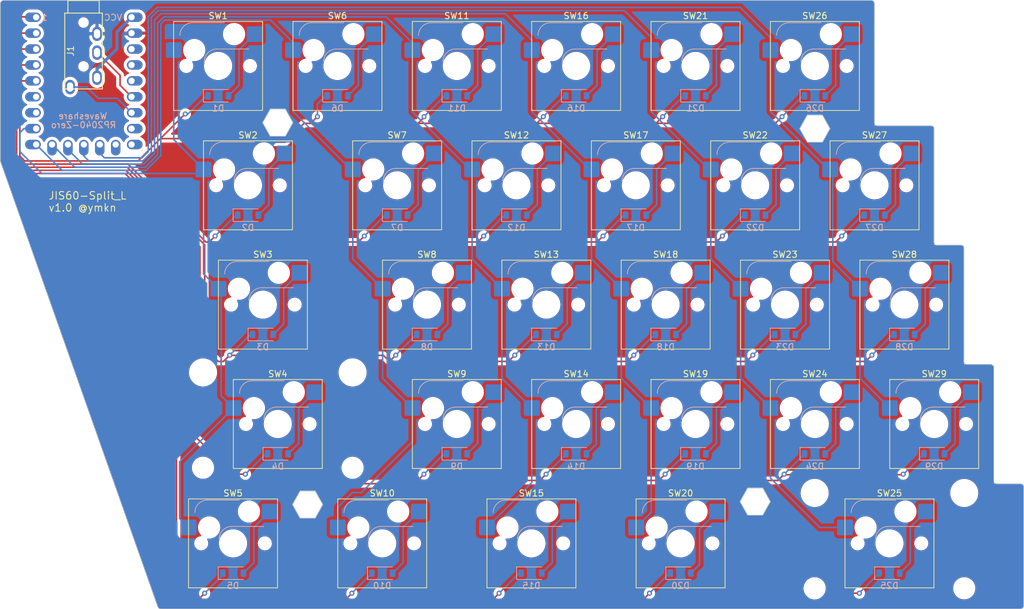
<source format=kicad_pcb>
(kicad_pcb (version 20221018) (generator pcbnew)
  (title_block (title "JIS60-Split_R PCB") (date "2023-05-29") (rev "1.0") (company "@ymkn"))
  (layers (0 "F.Cu" signal) (31 "B.Cu" signal) (34 "B.Paste" user) (35 "F.Paste" user) (36 "B.SilkS" user "B.Silkscreen") (37 "F.SilkS" user "F.Silkscreen") (38 "B.Mask" user) (39 "F.Mask" user) (44 "Edge.Cuts" user))
  (net 0 "")
  (net 1 "ROW0")
  (net 2 "Net-(D1-A)")
  (net 3 "ROW1")
  (net 4 "Net-(D2-A)")
  (net 5 "ROW2")
  (net 6 "Net-(D3-A)")
  (net 7 "ROW3")
  (net 8 "Net-(D4-A)")
  (net 9 "ROW4")
  (net 10 "Net-(D5-A)")
  (net 11 "Net-(D6-A)")
  (net 12 "Net-(D7-A)")
  (net 13 "Net-(D8-A)")
  (net 14 "Net-(D9-A)")
  (net 15 "Net-(D10-A)")
  (net 16 "Net-(D11-A)")
  (net 17 "Net-(D12-A)")
  (net 18 "Net-(D13-A)")
  (net 19 "Net-(D14-A)")
  (net 20 "Net-(D15-A)")
  (net 21 "Net-(D16-A)")
  (net 22 "Net-(D17-A)")
  (net 23 "Net-(D18-A)")
  (net 24 "Net-(D19-A)")
  (net 25 "Net-(D20-A)")
  (net 26 "Net-(D21-A)")
  (net 27 "Net-(D22-A)")
  (net 28 "Net-(D23-A)")
  (net 29 "Net-(D24-A)")
  (net 30 "Net-(D25-A)")
  (net 31 "Net-(D26-A)")
  (net 32 "Net-(D27-A)")
  (net 33 "Net-(D28-A)")
  (net 34 "Net-(D29-A)")
  (net 35 "SDA")
  (net 36 "VCC")
  (net 37 "Data_SCL")
  (net 38 "GND")
  (net 39 "COL0")
  (net 40 "COL1")
  (net 41 "COL2")
  (net 42 "COL3")
  (net 43 "COL4")
  (net 44 "COL5")
  (net 47 "COL6")
  (net 48 "COL7")
  (net 52 "unconnected-(U1-29-Pad20)")
  (footprint "kbd_Hole:m2_Spacer_Hole_hex" (layer "F.Cu") (at 71.4375 103.34625 180)
    (fp_text reference "Ref**")
    (fp_text value "Val**")
    (fp_line (start -2.4 0) (end -1.2 2.15) (stroke (width 0.1)) (layer "Edge.Cuts"))
    (fp_line (start -1.2 -2.15) (end -2.4 0) (stroke (width 0.1)) (layer "Edge.Cuts"))
    (fp_line (start -1.2 2.15) (end 1.2 2.15) (stroke (width 0.1)) (layer "Edge.Cuts"))
    (fp_line (start 1.2 -2.15) (end -1.2 -2.15) (stroke (width 0.1)) (layer "Edge.Cuts"))
    (fp_line (start 1.2 2.15) (end 2.4 0) (stroke (width 0.1)) (layer "Edge.Cuts"))
    (fp_line (start 2.4 0) (end 1.2 -2.15) (stroke (width 0.1)) (layer "Edge.Cuts"))
  )
  (footprint "Mounting_Keyboard_Stabilizer:Stabilizer_Cherry_MX_2.00u" (layer "F.Cu") (at 66.675 90.485 180)
    (fp_text reference "REF**" hide)
    (fp_text value "Stabilizer_Cherry_MX_2.00u")
  )
  (footprint "Switch_Keyboard_Hotswap_Kailh:SW_Hotswap_Kailh_MX_1.00u" (layer "F.Cu") (at 123.825 52.3875)
    (fp_text reference "SW17")
    (fp_text value "SW_Push")
  )
  (footprint "Switch_Keyboard_Hotswap_Kailh:SW_Hotswap_Kailh_MX_1.75u" (layer "F.Cu") (at 64.29375 71.4375)
    (fp_text reference "SW3")
    (fp_text value "SW_Push")
  )
  (footprint "Switch_Keyboard_Hotswap_Kailh:SW_Hotswap_Kailh_MX_1.00u" (layer "F.Cu") (at 133.35 33.3375)
    (fp_text reference "SW21")
    (fp_text value "SW_Push")
  )
  (footprint "Switch_Keyboard_Hotswap_Kailh:SW_Hotswap_Kailh_MX_1.50u" (layer "F.Cu") (at 61.9125 52.3875)
    (fp_text reference "SW2")
    (fp_text value "SW_Push")
  )
  (footprint "Switch_Keyboard_Hotswap_Kailh:SW_Hotswap_Kailh_MX_1.00u" (layer "F.Cu") (at 95.25 90.4875)
    (fp_text reference "SW9")
    (fp_text value "SW_Push")
  )
  (footprint "Switch_Keyboard_Hotswap_Kailh:SW_Hotswap_Kailh_MX_1.00u" (layer "F.Cu") (at 147.6375 71.4375)
    (fp_text reference "SW23")
    (fp_text value "SW_Push")
  )
  (footprint "Mounting_Keyboard_Stabilizer:Stabilizer_Cherry_MX_2.00u" (layer "F.Cu") (at 164.30625 109.725 180)
    (fp_text reference "REF**" hide)
    (fp_text value "Stabilizer_Cherry_MX_2.00u")
  )
  (footprint "Switch_Keyboard_Hotswap_Kailh:SW_Hotswap_Kailh_MX_1.25u" (layer "F.Cu") (at 83.34375 109.5375)
    (fp_text reference "SW10")
    (fp_text value "SW_Push")
  )
  (footprint "MJ-4PP-9:MJ-4PP-9" (layer "F.Cu") (at 35.71875 30.95625 -90)
    (fp_text reference "J1")
    (fp_text value "MJ-4PP-9")
  )
  (footprint "Switch_Keyboard_Hotswap_Kailh:SW_Hotswap_Kailh_MX_1.00u" (layer "F.Cu") (at 166.6875 71.4375)
    (fp_text reference "SW28")
    (fp_text value "SW_Push")
  )
  (footprint "kbd_Hole:m2_Spacer_Hole_hex" (layer "F.Cu") (at 152.4 43.33875)
    (fp_text reference "Ref**")
    (fp_text value "Val**")
    (fp_line (start -2.4 0) (end -1.2 2.15) (stroke (width 0.1)) (layer "Edge.Cuts"))
    (fp_line (start -1.2 -2.15) (end -2.4 0) (stroke (width 0.1)) (layer "Edge.Cuts"))
    (fp_line (start -1.2 2.15) (end 1.2 2.15) (stroke (width 0.1)) (layer "Edge.Cuts"))
    (fp_line (start 1.2 -2.15) (end -1.2 -2.15) (stroke (width 0.1)) (layer "Edge.Cuts"))
    (fp_line (start 1.2 2.15) (end 2.4 0) (stroke (width 0.1)) (layer "Edge.Cuts"))
    (fp_line (start 2.4 0) (end 1.2 -2.15) (stroke (width 0.1)) (layer "Edge.Cuts"))
  )
  (footprint "Switch_Keyboard_Hotswap_Kailh:SW_Hotswap_Kailh_MX_1.00u" (layer "F.Cu") (at 109.5375 71.4375)
    (fp_text reference "SW13")
    (fp_text value "SW_Push")
  )
  (footprint "Switch_Keyboard_Hotswap_Kailh:SW_Hotswap_Kailh_MX_1.00u" (layer "F.Cu") (at 76.2 33.3375)
    (fp_text reference "SW6")
    (fp_text value "SW_Push")
  )
  (footprint "Switch_Keyboard_Hotswap_Kailh:SW_Hotswap_Kailh_MX_1.00u" (layer "F.Cu") (at 171.45 90.4875)
    (fp_text reference "SW29")
    (fp_text value "SW_Push")
  )
  (footprint "Switch_Keyboard_Hotswap_Kailh:SW_Hotswap_Kailh_MX_1.00u" (layer "F.Cu") (at 95.25 33.3375)
    (fp_text reference "SW11")
    (fp_text value "SW_Push")
  )
  (footprint "Switch_Keyboard_Hotswap_Kailh:SW_Hotswap_Kailh_MX_1.00u" (layer "F.Cu") (at 104.775 52.3875)
    (fp_text reference "SW12")
    (fp_text value "SW_Push")
  )
  (footprint "kbd_Hole:m2_Spacer_Hole_hex" (layer "F.Cu") (at 66.675 42.38625)
    (fp_text reference "Ref**")
    (fp_text value "Val**")
    (fp_line (start -2.4 0) (end -1.2 2.15) (stroke (width 0.1)) (layer "Edge.Cuts"))
    (fp_line (start -1.2 -2.15) (end -2.4 0) (stroke (width 0.1)) (layer "Edge.Cuts"))
    (fp_line (start -1.2 2.15) (end 1.2 2.15) (stroke (width 0.1)) (layer "Edge.Cuts"))
    (fp_line (start 1.2 -2.15) (end -1.2 -2.15) (stroke (width 0.1)) (layer "Edge.Cuts"))
    (fp_line (start 1.2 2.15) (end 2.4 0) (stroke (width 0.1)) (layer "Edge.Cuts"))
    (fp_line (start 2.4 0) (end 1.2 -2.15) (stroke (width 0.1)) (layer "Edge.Cuts"))
  )
  (footprint "Switch_Keyboard_Hotswap_Kailh:SW_Hotswap_Kailh_MX_1.00u" (layer "F.Cu") (at 152.4 33.3375)
    (fp_text reference "SW26")
    (fp_text value "SW_Push")
  )
  (footprint "Switch_Keyboard_Hotswap_Kailh:SW_Hotswap_Kailh_MX_1.00u" (layer "F.Cu") (at 114.3 33.3375)
    (fp_text reference "SW16")
    (fp_text value "SW_Push")
  )
  (footprint "Switch_Keyboard_Hotswap_Kailh:SW_Hotswap_Kailh_MX_1.00u" (layer "F.Cu") (at 128.5875 71.4375)
    (fp_text reference "SW18")
    (fp_text value "SW_Push")
  )
  (footprint "Switch_Keyboard_Hotswap_Kailh:SW_Hotswap_Kailh_MX_1.00u" (layer "F.Cu") (at 57.15 33.3375)
    (fp_text reference "SW1")
    (fp_text value "SW_Push")
  )
  (footprint "Switch_Keyboard_Hotswap_Kailh:SW_Hotswap_Kailh_MX_2.00u" (layer "F.Cu") (at 66.675 90.4875)
    (fp_text reference "SW4")
    (fp_text value "SW_Push")
  )
  (footprint "Switch_Keyboard_Hotswap_Kailh:SW_Hotswap_Kailh_MX_1.25u" (layer "F.Cu") (at 130.96875 109.5375)
    (fp_text reference "SW20")
    (fp_text value "SW_Push")
  )
  (footprint "Switch_Keyboard_Hotswap_Kailh:SW_Hotswap_Kailh_MX_1.00u" (layer "F.Cu") (at 161.925 52.3875)
    (fp_text reference "SW27")
    (fp_text value "SW_Push")
  )
  (footprint "Switch_Keyboard_Hotswap_Kailh:SW_Hotswap_Kailh_MX_1.25u" (layer "F.Cu") (at 59.53125 109.5375)
    (fp_text reference "SW5")
    (fp_text value "SW_Push")
  )
  (footprint "Switch_Keyboard_Hotswap_Kailh:SW_Hotswap_Kailh_MX_1.00u" (layer "F.Cu") (at 114.3 90.4875)
    (fp_text reference "SW14")
    (fp_text value "SW_Push")
  )
  (footprint "Switch_Keyboard_Hotswap_Kailh:SW_Hotswap_Kailh_MX_1.25u" (layer "F.Cu") (at 107.15625 109.5375)
    (fp_text reference "SW15")
    (fp_text value "SW_Push")
  )
  (footprint "Switch_Keyboard_Hotswap_Kailh:SW_Hotswap_Kailh_MX_1.00u" (layer "F.Cu") (at 133.35 90.4875)
    (fp_text reference "SW19")
    (fp_text value "SW_Push")
  )
  (footprint "Switch_Keyboard_Hotswap_Kailh:SW_Hotswap_Kailh_MX_1.00u" (layer "F.Cu") (at 85.725 52.3875)
    (fp_text reference "SW7")
    (fp_text value "SW_Push")
  )
  (footprint "kbd_Hole:m2_Spacer_Hole_hex" (layer "F.Cu") (at 142.875 102.87)
    (fp_text reference "Ref**")
    (fp_text value "Val**")
    (fp_line (start -2.4 0) (end -1.2 2.15) (stroke (width 0.1)) (layer "Edge.Cuts"))
    (fp_line (start -1.2 -2.15) (end -2.4 0) (stroke (width 0.1)) (layer "Edge.Cuts"))
    (fp_line (start -1.2 2.15) (end 1.2 2.15) (stroke (width 0.1)) (layer "Edge.Cuts"))
    (fp_line (start 1.2 -2.15) (end -1.2 -2.15) (stroke (width 0.1)) (layer "Edge.Cuts"))
    (fp_line (start 1.2 2.15) (end 2.4 0) (stroke (width 0.1)) (layer "Edge.Cuts"))
    (fp_line (start 2.4 0) (end 1.2 -2.15) (stroke (width 0.1)) (layer "Edge.Cuts"))
  )
  (footprint "Switch_Keyboard_Hotswap_Kailh:SW_Hotswap_Kailh_MX_2.25u" (layer "F.Cu") (at 164.30625 109.5375)
    (fp_text reference "SW25")
    (fp_text value "SW_Push")
  )
  (footprint "Switch_Keyboard_Hotswap_Kailh:SW_Hotswap_Kailh_MX_1.00u" (layer "F.Cu") (at 142.875 52.3875)
    (fp_text reference "SW22")
    (fp_text value "SW_Push")
  )
  (footprint "Switch_Keyboard_Hotswap_Kailh:SW_Hotswap_Kailh_MX_1.00u" (layer "F.Cu") (at 152.4 90.4875)
    (fp_text reference "SW24")
    (fp_text value "SW_Push")
  )
  (footprint "Switch_Keyboard_Hotswap_Kailh:SW_Hotswap_Kailh_MX_1.00u" (layer "F.Cu") (at 90.4875 71.4375)
    (fp_text reference "SW8")
    (fp_text value "SW_Push")
  )
  (footprint "Diode_SMD:D_SOD-123" (layer "B.Cu") (at 133.35 95.25)
    (fp_text reference "D19")
    (fp_text value "1N4148W")
  )
  (footprint "Diode_SMD:D_SOD-123" (layer "B.Cu") (at 90.4875 76.2)
    (fp_text reference "D8")
    (fp_text value "1N4148W")
  )
  (footprint "Diode_SMD:D_SOD-123" (layer "B.Cu") (at 61.9125 57.15)
    (fp_text reference "D2")
    (fp_text value "1N4148W")
  )
  (footprint "Diode_SMD:D_SOD-123" (layer "B.Cu") (at 64.29375 76.2)
    (fp_text reference "D3")
    (fp_text value "1N4148W")
  )
  (footprint "Diode_SMD:D_SOD-123" (layer "B.Cu") (at 142.875 57.15)
    (fp_text reference "D22")
    (fp_text value "1N4148W")
  )
  (footprint "Diode_SMD:D_SOD-123" (layer "B.Cu") (at 147.6375 76.2)
    (fp_text reference "D23")
    (fp_text value "1N4148W")
  )
  (footprint "Diode_SMD:D_SOD-123" (layer "B.Cu") (at 95.25 38.1)
    (fp_text reference "D11")
    (fp_text value "1N4148W")
  )
  (footprint "Diode_SMD:D_SOD-123" (layer "B.Cu") (at 83.34375 114.3)
    (fp_text reference "D10")
    (fp_text value "1N4148W")
  )
  (footprint "Diode_SMD:D_SOD-123" (layer "B.Cu") (at 107.15625 114.3)
    (fp_text reference "D15")
    (fp_text value "1N4148W")
  )
  (footprint "Diode_SMD:D_SOD-123" (layer "B.Cu") (at 114.3 38.1)
    (fp_text reference "D16")
    (fp_text value "1N4148W")
  )
  (footprint "Diode_SMD:D_SOD-123" (layer "B.Cu") (at 164.30625 114.3)
    (fp_text reference "D25")
    (fp_text value "1N4148W")
  )
  (footprint "mcu:rp2040-zero-tht" (layer "B.Cu") (at 35.71875 35.71875 180)
    (fp_text reference "U1" hide)
    (fp_text value "rp2040-zero" hide)
  )
  (footprint "Diode_SMD:D_SOD-123" (layer "B.Cu") (at 85.725 57.15)
    (fp_text reference "D7")
    (fp_text value "1N4148W")
  )
  (footprint "Diode_SMD:D_SOD-123" (layer "B.Cu") (at 123.825 57.15)
    (fp_text reference "D17")
    (fp_text value "1N4148W")
  )
  (footprint "Diode_SMD:D_SOD-123" (layer "B.Cu") (at 166.6875 76.2)
    (fp_text reference "D28")
    (fp_text value "1N4148W")
  )
  (footprint "Diode_SMD:D_SOD-123" (layer "B.Cu") (at 171.45 95.25)
    (fp_text reference "D29")
    (fp_text value "1N4148W")
  )
  (footprint "Diode_SMD:D_SOD-123" (layer "B.Cu") (at 152.4 38.1)
    (fp_text reference "D26")
    (fp_text value "1N4148W")
  )
  (footprint "Diode_SMD:D_SOD-123" (layer "B.Cu") (at 76.2 38.1)
    (fp_text reference "D6")
    (fp_text value "1N4148W")
  )
  (footprint "Diode_SMD:D_SOD-123" (layer "B.Cu") (at 66.675 95.25)
    (fp_text reference "D4")
    (fp_text value "1N4148W")
  )
  (footprint "Diode_SMD:D_SOD-123" (layer "B.Cu") (at 152.4 95.25)
    (fp_text reference "D24")
    (fp_text value "1N4148W")
  )
  (footprint "Diode_SMD:D_SOD-123" (layer "B.Cu") (at 128.5875 76.2)
    (fp_text reference "D18")
    (fp_text value "1N4148W")
  )
  (footprint "Diode_SMD:D_SOD-123" (layer "B.Cu") (at 109.5375 76.2)
    (fp_text reference "D13")
    (fp_text value "1N4148W")
  )
  (footprint "Diode_SMD:D_SOD-123" (layer "B.Cu") (at 57.15 38.1)
    (fp_text reference "D1")
    (fp_text value "1N4148W")
  )
  (footprint "Diode_SMD:D_SOD-123" (layer "B.Cu") (at 161.925 57.15)
    (fp_text reference "D27")
    (fp_text value "1N4148W")
  )
  (footprint "Diode_SMD:D_SOD-123" (layer "B.Cu") (at 133.35 38.1)
    (fp_text reference "D21")
    (fp_text value "1N4148W")
  )
  (footprint "Diode_SMD:D_SOD-123" (layer "B.Cu") (at 130.96875 114.3)
    (fp_text reference "D20")
    (fp_text value "1N4148W")
  )
  (footprint "Diode_SMD:D_SOD-123" (layer "B.Cu") (at 114.3 95.25)
    (fp_text reference "D14")
    (fp_text value "1N4148W")
  )
  (footprint "Diode_SMD:D_SOD-123" (layer "B.Cu") (at 95.25 95.25)
    (fp_text reference "D9")
    (fp_text value "1N4148W")
  )
  (footprint "Diode_SMD:D_SOD-123" (layer "B.Cu") (at 104.775 57.15)
    (fp_text reference "D12")
    (fp_text value "1N4148W")
  )
  (footprint "Diode_SMD:D_SOD-123" (layer "B.Cu") (at 59.53125 114.3)
    (fp_text reference "D5")
    (fp_text value "1N4148W")
  )
  (gr_arc (start 22.38375 23.36) (mid 22.530197 23.006447) (end 22.88375 22.86) (stroke (width 0.1)) (layer "Edge.Cuts"))
  (gr_arc (start 185.2375 100.0125) (mid 185.591053 100.158947) (end 185.7375 100.5125) (stroke (width 0.1)) (layer "Edge.Cuts"))
  (gr_line (start 22.38375 48.490673) (end 22.38375 23.36) (stroke (width 0.1)) (layer "Edge.Cuts"))
  (gr_line (start 181.475 100.0125) (end 185.2375 100.0125) (stroke (width 0.1)) (layer "Edge.Cuts"))
  (gr_line (start 185.2375 120.015) (end 47.978629 120.015) (stroke (width 0.1)) (layer "Edge.Cuts"))
  (gr_arc (start 180.475 80.9625) (mid 180.828553 81.108947) (end 180.975 81.4625) (stroke (width 0.1)) (layer "Edge.Cuts"))
  (gr_arc (start 47.978629 120.015) (mid 47.689913 119.923219) (end 47.507191 119.681572) (stroke (width 0.1)) (layer "Edge.Cuts"))
  (gr_arc (start 170.97375 42.8625) (mid 171.31051 43.00199) (end 171.45 43.33875) (stroke (width 0.1)) (layer "Edge.Cuts"))
  (gr_line (start 22.88375 22.86) (end 161.425 22.86) (stroke (width 0.1)) (layer "Edge.Cuts"))
  (gr_arc (start 181.475 100.0125) (mid 181.121447 99.866053) (end 180.975 99.5125) (stroke (width 0.1)) (layer "Edge.Cuts"))
  (gr_arc (start 185.7375 119.515) (mid 185.591053 119.868553) (end 185.2375 120.015) (stroke (width 0.1)) (layer "Edge.Cuts"))
  (gr_arc (start 171.92625 61.9125) (mid 171.58949 61.77301) (end 171.45 61.43625) (stroke (width 0.1)) (layer "Edge.Cuts"))
  (gr_arc (start 161.425 22.86) (mid 161.778553 23.006447) (end 161.925 23.36) (stroke (width 0.1)) (layer "Edge.Cuts"))
  (gr_line (start 47.507191 119.681572) (end 22.413023 48.659244) (stroke (width 0.1)) (layer "Edge.Cuts"))
  (gr_line (start 171.92625 61.9125) (end 175.73625 61.9125) (stroke (width 0.1)) (layer "Edge.Cuts"))
  (gr_line (start 176.7125 80.9625) (end 180.475 80.9625) (stroke (width 0.1)) (layer "Edge.Cuts"))
  (gr_line (start 176.2125 62.38875) (end 176.2125 80.4625) (stroke (width 0.1)) (layer "Edge.Cuts"))
  (gr_arc (start 22.413023 48.659244) (mid 22.391123 48.57622) (end 22.38375 48.490673) (stroke (width 0.1)) (layer "Edge.Cuts"))
  (gr_line (start 185.7375 100.5125) (end 185.7375 119.515) (stroke (width 0.1)) (layer "Edge.Cuts"))
  (gr_arc (start 162.40125 42.8625) (mid 162.06449 42.72301) (end 161.925 42.38625) (stroke (width 0.1)) (layer "Edge.Cuts"))
  (gr_line (start 162.40125 42.8625) (end 170.97375 42.8625) (stroke (width 0.1)) (layer "Edge.Cuts"))
  (gr_arc (start 176.7125 80.9625) (mid 176.358947 80.816053) (end 176.2125 80.4625) (stroke (width 0.1)) (layer "Edge.Cuts"))
  (gr_line (start 180.975 81.4625) (end 180.975 99.5125) (stroke (width 0.1)) (layer "Edge.Cuts"))
  (gr_arc (start 175.73625 61.9125) (mid 176.07301 62.05199) (end 176.2125 62.38875) (stroke (width 0.1)) (layer "Edge.Cuts"))
  (gr_line (start 161.925 23.36) (end 161.925 42.38625) (stroke (width 0.1)) (layer "Edge.Cuts"))
  (gr_line (start 171.45 43.33875) (end 171.45 61.43625) (stroke (width 0.1)) (layer "Edge.Cuts"))
  (gr_text "VCC" (at 41.91 26.19375) (layer "B.SilkS") (effects (font (size 1 1)) (justify left bottom mirror)))
  (gr_text "1" (at 30.00375 26.19375) (layer "B.SilkS") (effects (font (size 1 1)) (justify left bottom mirror)))
  (gr_text "RP2040-Zero" (at 40.9575 43.33875) (layer "B.SilkS") (effects (font (size 1 1)) (justify left bottom mirror)))
  (gr_text "Waveshare" (at 39.52875 41.91) (layer "B.SilkS") (effects (font (size 1 1)) (justify left bottom mirror)))
  (gr_text "JIS60-Split_L\nv1.0 @ymkn" (at 30.00375 56.67375) (layer "F.SilkS") (effects (font (size 1.2 1.2)) (justify left bottom)))
  (segment (start 89.05875 42.5) (end 90.01125 41.5475) (width 0.25) (layer "F.Cu") (net 1))
  (segment (start 25.5 36) (end 25.78125 35.71875) (width 0.25) (layer "F.Cu") (net 1))
  (segment (start 127.15875 42.5) (end 136.5 42.5) (width 0.25) (layer "F.Cu") (net 1))
  (segment (start 44.36875 48.5) (end 26.276396 48.5) (width 0.25) (layer "F.Cu") (net 1))
  (segment (start 71.91375 42.5) (end 89.05875 42.5) (width 0.25) (layer "F.Cu") (net 1))
  (segment (start 108.10875 42.38625) (end 109.06125 41.43375) (width 0.25) (layer "F.Cu") (net 1))
  (segment (start 64.766381 44.934375) (end 65.332006 45.5) (width 0.25) (layer "F.Cu") (net 1))
  (segment (start 25.78125 35.71875) (end 28.09875 35.71875) (width 0.25) (layer "F.Cu") (net 1))
  (segment (start 73 41.43375) (end 72.98 41.43375) (width 0.25) (layer "F.Cu") (net 1))
  (segment (start 70.8475 42.5) (end 71.91375 42.5) (width 0.25) (layer "F.Cu") (net 1))
  (segment (start 51.86875 41) (end 44.36875 48.5) (width 0.25) (layer "F.Cu") (net 1))
  (segment (start 108.10875 42.5) (end 127.15875 42.5) (width 0.25) (layer "F.Cu") (net 1))
  (segment (start 26.276396 48.5) (end 25.5 47.723604) (width 0.25) (layer "F.Cu") (net 1))
  (segment (start 127.15875 42.5) (end 127.15875 42.38625) (width 0.25) (layer "F.Cu") (net 1))
  (segment (start 72.98 41.43375) (end 71.91375 42.5) (width 0.25) (layer "F.Cu") (net 1))
  (segment (start 47.934375 44.934375) (end 64.766381 44.934375) (width 0.25) (layer "F.Cu") (net 1))
  (segment (start 127.15875 42.38625) (end 128.11125 41.43375) (width 0.25) (layer "F.Cu") (net 1))
  (segment (start 25.5 47.723604) (end 25.5 36) (width 0.25) (layer "F.Cu") (net 1))
  (segment (start 136.5 42.5) (end 146.095 42.5) (width 0.25) (layer "F.Cu") (net 1))
  (segment (start 67.8475 45.5) (end 70.8475 42.5) (width 0.25) (layer "F.Cu") (net 1))
  (segment (start 65.332006 45.5) (end 67.8475 45.5) (width 0.25) (layer "F.Cu") (net 1))
  (segment (start 90.01125 41.5475) (end 90.01125 41.43375) (width 0.25) (layer "F.Cu") (net 1))
  (segment (start 51.91125 41) (end 51.86875 41) (width 0.25) (layer "F.Cu") (net 1))
  (segment (start 108.10875 42.5) (end 108.10875 42.38625) (width 0.25) (layer "F.Cu") (net 1))
  (segment (start 146.095 42.5) (end 147.16125 41.43375) (width 0.25) (layer "F.Cu") (net 1))
  (segment (start 89.05875 42.5) (end 108.10875 42.5) (width 0.25) (layer "F.Cu") (net 1))
  (via (at 128.11125 41.43375) (size 0.8) (drill 0.4) (layers "F.Cu" "B.Cu") (net 1))
  (via (at 90.01125 41.43375) (size 0.8) (drill 0.4) (layers "F.Cu" "B.Cu") (net 1))
  (via (at 51.91125 41) (size 0.8) (drill 0.4) (layers "F.Cu" "B.Cu") (net 1))
  (via (at 109.06125 41.43375) (size 0.8) (drill 0.4) (layers "F.Cu" "B.Cu") (net 1))
  (via (at 73 41.43375) (size 0.8) (drill 0.4) (layers "F.Cu" "B.Cu") (net 1))
  (via (at 147.16125 41.43375) (size 0.8) (drill 0.4) (layers "F.Cu" "B.Cu") (net 1))
  (segment (start 109.06125 41.43375) (end 112.395 38.1) (width 0.25) (layer "B.Cu") (net 1))
  (segment (start 128.11125 41.43375) (end 131.445 38.1) (width 0.25) (layer "B.Cu") (net 1))
  (segment (start 90.01125 41.43375) (end 93.345 38.1) (width 0.25) (layer "B.Cu") (net 1))
  (segment (start 74.295 38.1) (end 74.55 38.1) (width 0.25) (layer "B.Cu") (net 1))
  (segment (start 52.345 41) (end 55.245 38.1) (width 0.25) (layer "B.Cu") (net 1))
  (segment (start 131.445 38.1) (end 131.7 38.1) (width 0.25) (layer "B.Cu") (net 1))
  (segment (start 112.395 38.1) (end 112.65 38.1) (width 0.25) (layer "B.Cu") (net 1))
  (segment (start 73 39.395) (end 74.295 38.1) (width 0.25) (layer "B.Cu") (net 1))
  (segment (start 55.245 38.1) (end 55.5 38.1) (width 0.25) (layer "B.Cu") (net 1))
  (segment (start 93.345 38.1) (end 93.6 38.1) (width 0.25) (layer "B.Cu") (net 1))
  (segment (start 150.495 38.1) (end 150.75 38.1) (width 0.25) (layer "B.Cu") (net 1))
  (segment (start 73 41.43375) (end 73 39.395) (width 0.25) (layer "B.Cu") (net 1))
  (segment (start 147.16125 41.43375) (end 150.495 38.1) (width 0.25) (layer "B.Cu") (net 1))
  (segment (start 51.91125 41) (end 52.345 41) (width 0.25) (layer "B.Cu") (net 1))
  (segment (start 60.48375 30.76575) (end 60.48375 36.41625) (width 0.25) (layer "B.Cu") (net 2))
  (segment (start 62.992 28.2575) (end 60.48375 30.76575) (width 0.25) (layer "B.Cu") (net 2))
  (segment (start 60.48375 36.41625) (end 58.8 38.1) (width 0.25) (layer "B.Cu") (net 2))
  (segment (start 117.63375 61.43625) (end 136.68375 61.43625) (width 0.25) (layer "F.Cu") (net 3))
  (segment (start 25.4 33.17875) (end 25 33.57875) (width 0.25) (layer "F.Cu") (net 3))
  (segment (start 56.1975 61.43625) (end 79.53375 61.43625) (width 0.25) (layer "F.Cu") (net 3))
  (segment (start 28.09875 33.17875) (end 25.4 33.17875) (width 0.25) (layer "F.Cu") (net 3))
  (segment (start 26.14 49) (end 42.761396 49) (width 0.25) (layer "F.Cu") (net 3))
  (segment (start 55.72125 61.43625) (end 56.67375 60.48375) (width 0.25) (layer "F.Cu") (net 3))
  (segment (start 79.53375 61.43625) (end 80.48625 60.48375) (width 0.25) (layer "F.Cu") (net 3))
  (segment (start 42.761396 49) (end 55.197646 61.43625) (width 0.25) (layer "F.Cu") (net 3))
  (segment (start 98.58375 61.43625) (end 99.53625 60.48375) (width 0.25) (layer "F.Cu") (net 3))
  (segment (start 55.72125 61.43625) (end 56.1975 61.43625) (width 0.25) (layer "F.Cu") (net 3))
  (segment (start 117.63375 61.43625) (end 118.58625 60.48375) (width 0.25) (layer "F.Cu") (net 3))
  (segment (start 155.73375 61.43625) (end 156.68625 60.48375) (width 0.25) (layer "F.Cu") (net 3))
  (segment (start 25 33.57875) (end 25 47.86) (width 0.25) (layer "F.Cu") (net 3))
  (segment (start 136.68375 61.43625) (end 137.63625 60.48375) (width 0.25) (layer "F.Cu") (net 3))
  (segment (start 136.68375 61.43625) (end 155.73375 61.43625) (width 0.25) (layer "F.Cu") (net 3))
  (segment (start 79.53375 61.43625) (end 98.58375 61.43625) (width 0.25) (layer "F.Cu") (net 3))
  (segment (start 98.58375 61.43625) (end 117.63375 61.43625) (width 0.25) (layer "F.Cu") (net 3))
  (segment (start 55.197646 61.43625) (end 55.72125 61.43625) (width 0.25) (layer "F.Cu") (net 3))
  (segment (start 25 47.86) (end 26.14 49) (width 0.25) (layer "F.Cu") (net 3))
  (via (at 137.63625 60.48375) (size 0.8) (drill 0.4) (layers "F.Cu" "B.Cu") (net 3))
  (via (at 56.67375 60.48375) (size 0.8) (drill 0.4) (layers "F.Cu" "B.Cu") (net 3))
  (via (at 156.68625 60.48375) (size 0.8) (drill 0.4) (layers "F.Cu" "B.Cu") (net 3))
  (via (at 118.58625 60.48375) (size 0.8) (drill 0.4) (layers "F.Cu" "B.Cu") (net 3))
  (via (at 80.48625 60.48375) (size 0.8) (drill 0.4) (layers "F.Cu" "B.Cu") (net 3))
  (via (at 99.53625 60.48375) (size 0.8) (drill 0.4) (layers "F.Cu" "B.Cu") (net 3))
  (segment (start 60.0075 57.15) (end 60.2625 57.15) (width 0.25) (layer "B.Cu") (net 3))
  (segment (start 160.02 57.15) (end 160.275 57.15) (width 0.25) (layer "B.Cu") (net 3))
  (segment (start 99.53625 60.48375) (end 102.87 57.15) (width 0.25) (layer "B.Cu") (net 3))
  (segment (start 80.48625 60.48375) (end 83.82 57.15) (width 0.25) (layer "B.Cu") (net 3))
  (segment (start 56.67375 60.48375) (end 60.0075 57.15) (width 0.25) (layer "B.Cu") (net 3))
  (segment (start 137.63625 60.48375) (end 140.97 57.15) (width 0.25) (layer "B.Cu") (net 3))
  (segment (start 121.92 57.15) (end 122.175 57.15) (width 0.25) (layer "B.Cu") (net 3))
  (segment (start 156.68625 60.48375) (end 160.02 57.15) (width 0.25) (layer "B.Cu") (net 3))
  (segment (start 83.82 57.15) (end 84.075 57.15) (width 0.25) (layer "B.Cu") (net 3))
  (segment (start 140.97 57.15) (end 141.225 57.15) (width 0.25) (layer "B.Cu") (net 3))
  (segment (start 118.58625 60.48375) (end 121.92 57.15) (width 0.25) (layer "B.Cu") (net 3))
  (segment (start 102.87 57.15) (end 103.125 57.15) (width 0.25) (layer "B.Cu") (net 3))
  (segment (start 67.7545 47.3075) (end 65.24625 49.81575) (width 0.25) (layer "B.Cu") (net 4))
  (segment (start 65.24625 49.81575) (end 65.24625 55.46625) (width 0.25) (layer "B.Cu") (net 4))
  (segment (start 65.24625 55.46625) (end 63.5625 57.15) (width 0.25) (layer "B.Cu") (net 4))
  (segment (start 58 80.5) (end 58.96625 79.53375) (width 0.25) (layer "F.Cu") (net 5))
  (segment (start 84.5 80.5) (end 103.5 80.5) (width 0.25) (layer "F.Cu") (net 5))
  (segment (start 55 61.875) (end 55 78.33625) (width 0.25) (layer "F.Cu") (net 5))
  (segment (start 55 78.33625) (end 57.16375 80.5) (width 0.25) (layer "F.Cu") (net 5))
  (segment (start 25.0825 30.63875) (end 24.5 31.22125) (width 0.25) (layer "F.Cu") (net 5))
  (segment (start 42.62875 49.50375) (end 55 61.875) (width 0.25) (layer "F.Cu") (net 5))
  (segment (start 122.5 80.5) (end 123.5 79.5) (width 0.25) (layer "F.Cu") (net 5))
  (segment (start 26.00375 49.50375) (end 42.62875 49.50375) (width 0.25) (layer "F.Cu") (net 5))
  (segment (start 24.5 48) (end 26.00375 49.50375) (width 0.25) (layer "F.Cu") (net 5))
  (segment (start 122.5 80.5) (end 141.5 80.5) (width 0.25) (layer "F.Cu") (net 5))
  (segment (start 160.5 80.5) (end 161.5 79.5) (width 0.25) (layer "F.Cu") (net 5))
  (segment (start 141.5 80.5) (end 142.5 79.5) (width 0.25) (layer "F.Cu") (net 5))
  (segment (start 58.96625 79.53375) (end 83.53375 79.53375) (width 0.25) (layer "F.Cu") (net 5))
  (segment (start 103.5 80.5) (end 104.5 79.5) (width 0.25) (layer "F.Cu") (net 5))
  (segment (start 58 80.5) (end 59 79.5) (width 0.25) (layer "F.Cu") (net 5))
  (segment (start 103.5 80.5) (end 122.5 80.5) (width 0.25) (layer "F.Cu") (net 5))
  (segment (start 83.53375 79.53375) (end 84.5 80.5) (width 0.25) (layer "F.Cu") (net 5))
  (segment (start 24.5 31.22125) (end 24.5 48) (width 0.25) (layer "F.Cu") (net 5))
  (segment (start 141.5 80.5) (end 160.5 80.5) (width 0.25) (layer "F.Cu") (net 5))
  (segment (start 57.16375 80.5) (end 58 80.5) (width 0.25) (layer "F.Cu") (net 5))
  (segment (start 84.5 80.5) (end 85.5 79.5) (width 0.25) (layer "F.Cu") (net 5))
  (segment (start 28.09875 30.63875) (end 25.0825 30.63875) (width 0.25) (layer "F.Cu") (net 5))
  (via (at 161.5 79.5) (size 0.8) (drill 0.4) (layers "F.Cu" "B.Cu") (net 5))
  (via (at 104.5 79.5) (size 0.8) (drill 0.4) (layers "F.Cu" "B.Cu") (net 5))
  (via (at 85.5 79.5) (size 0.8) (drill 0.4) (layers "F.Cu" "B.Cu") (net 5))
  (via (at 123.5 79.5) (size 0.8) (drill 0.4) (layers "F.Cu" "B.Cu") (net 5))
  (via (at 142.5 79.5) (size 0.8) (drill 0.4) (layers "F.Cu" "B.Cu") (net 5))
  (via (at 59 79.5) (size 0.8) (drill 0.4) (layers "F.Cu" "B.Cu") (net 5))
  (segment (start 161.5 79.5) (end 164.8 76.2) (width 0.25) (layer "B.Cu") (net 5))
  (segment (start 104.5 79.5) (end 107.8 76.2) (width 0.25) (layer "B.Cu") (net 5))
  (segment (start 107.8 76.2) (end 107.8875 76.2) (width 0.25) (layer "B.Cu") (net 5))
  (segment (start 126.8 76.2) (end 126.9375 76.2) (width 0.25) (layer "B.Cu") (net 5))
  (segment (start 142.5 79.5) (end 145.8 76.2) (width 0.25) (layer "B.Cu") (net 5))
  (segment (start 164.8 76.2) (end 165.0375 76.2) (width 0.25) (layer "B.Cu") (net 5))
  (segment (start 59 79.5) (end 62.3 76.2) (width 0.25) (layer "B.Cu") (net 5))
  (segment (start 123.5 79.5) (end 126.8 76.2) (width 0.25) (layer "B.Cu") (net 5))
  (segment (start 85.5 79.5) (end 88.8 76.2) (width 0.25) (layer "B.Cu") (net 5))
  (segment (start 145.8 76.2) (end 145.9875 76.2) (width 0.25) (layer "B.Cu") (net 5))
  (segment (start 88.8 76.2) (end 88.8375 76.2) (width 0.25) (layer "B.Cu") (net 5))
  (segment (start 62.3 76.2) (end 62.64375 76.2) (width 0.25) (layer "B.Cu") (net 5))
  (segment (start 67.6275 68.86575) (end 67.6275 74.51625) (width 0.25) (layer "B.Cu") (net 6))
  (segment (start 70.13575 66.3575) (end 67.6275 68.86575) (width 0.25) (layer "B.Cu") (net 6))
  (segment (start 67.6275 74.51625) (end 65.94375 76.2) (width 0.25) (layer "B.Cu") (net 6))
  (segment (start 89 99.5) (end 90 98.5) (width 0.25) (layer "F.Cu") (net 7))
  (segment (start 108.5 99.5) (end 109.5 98.5) (width 0.25) (layer "F.Cu") (net 7))
  (segment (start 24 28.5) (end 24 48.136396) (width 0.25) (layer "F.Cu") (net 7))
  (segment (start 89 99.5) (end 108.5 99.5) (width 0.25) (layer "F.Cu") (net 7))
  (segment (start 88.4875 100.0125) (end 89 99.5) (width 0.25) (layer "F.Cu") (net 7))
  (segment (start 146.5 99.5) (end 147.5 98.5) (width 0.25) (layer "F.Cu") (net 7))
  (segment (start 61.0125 100.0125) (end 88.4875 100.0125) (width 0.25) (layer "F.Cu") (net 7))
  (segment (start 59.5 98.5) (end 61.5 98.5) (width 0.25) (layer "F.Cu") (net 7))
  (segment (start 147.41625 98.58375) (end 166.41625 98.58375) (width 0.25) (layer "F.Cu") (net 7))
  (segment (start 127.5 99.5) (end 146.5 99.5) (width 0.25) (layer "F.Cu") (net 7))
  (segment (start 146.5 99.5) (end 147.41625 98.58375) (width 0.25) (layer "F.Cu") (net 7))
  (segment (start 28.09875 28.09875) (end 24.40125 28.09875) (width 0.25) (layer "F.Cu") (net 7))
  (segment (start 42.431802 50) (end 50.95875 58.526948) (width 0.25) (layer "F.Cu") (net 7))
  (segment (start 25.863604 50) (end 42.431802 50) (width 0.25) (layer "F.Cu") (net 7))
  (segment (start 24.40125 28.09875) (end 24 28.5) (width 0.25) (layer "F.Cu") (net 7))
  (segment (start 50.95875 89.95875) (end 59.5 98.5) (width 0.25) (layer "F.Cu") (net 7))
  (segment (start 166.41625 98.58375) (end 166.5 98.5) (width 0.25) (layer "F.Cu") (net 7))
  (segment (start 24 48.136396) (end 25.863604 50) (width 0.25) (layer "F.Cu") (net 7))
  (segment (start 50.95875 58.526948) (end 50.95875 89.95875) (width 0.25) (layer "F.Cu") (net 7))
  (segment (start 108.5 99.5) (end 127.5 99.5) (width 0.25) (layer "F.Cu") (net 7))
  (segment (start 59.5 98.5) (end 61.0125 100.0125) (width 0.25) (layer "F.Cu") (net 7))
  (segment (start 127.5 99.5) (end 128.5 98.5) (width 0.25) (layer "F.Cu") (net 7))
  (via (at 109.5 98.5) (size 0.8) (drill 0.4) (layers "F.Cu" "B.Cu") (net 7))
  (via (at 61.5 98.5) (size 0.8) (drill 0.4) (layers "F.Cu" "B.Cu") (net 7))
  (via (at 147.5 98.5) (size 0.8) (drill 0.4) (layers "F.Cu" "B.Cu") (net 7))
  (via (at 166.5 98.5) (size 0.8) (drill 0.4) (layers "F.Cu" "B.Cu") (net 7))
  (via (at 90 98.5) (size 0.8) (drill 0.4) (layers "F.Cu" "B.Cu") (net 7))
  (via (at 128.5 98.5) (size 0.8) (drill 0.4) (layers "F.Cu" "B.Cu") (net 7))
  (segment (start 147.5 98.5) (end 150.75 95.25) (width 0.25) (layer "B.Cu") (net 7))
  (segment (start 166.5 98.5) (end 166.55 98.5) (width 0.25) (layer "B.Cu") (net 7))
  (segment (start 131.7 95.3) (end 131.7 95.25) (width 0.25) (layer "B.Cu") (net 7))
  (segment (start 90 98.5) (end 93.25 95.25) (width 0.25) (layer "B.Cu") (net 7))
  (segment (start 64.75 95.25) (end 65.025 95.25) (width 0.25) (layer "B.Cu") (net 7))
  (segment (start 128.5 98.5) (end 131.7 95.3) (width 0.25) (layer "B.Cu") (net 7))
  (segment (start 61.5 98.5) (end 64.75 95.25) (width 0.25) (layer "B.Cu") (net 7))
  (segment (start 93.25 95.25) (end 93.6 95.25) (width 0.25) (layer "B.Cu") (net 7))
  (segment (start 109.5 98.5) (end 112.65 95.35) (width 0.25) (layer "B.Cu") (net 7))
  (segment (start 112.65 95.35) (end 112.65 95.25) (width 0.25) (layer "B.Cu") (net 7))
  (segment (start 166.55 98.5) (end 169.8 95.25) (width 0.25) (layer "B.Cu") (net 7))
  (segment (start 70.00875 87.91575) (end 70.00875 93.56625) (width 0.25) (layer "B.Cu") (net 8))
  (segment (start 72.517 85.4075) (end 70.00875 87.91575) (width 0.25) (layer "B.Cu") (net 8))
  (segment (start 70.00875 93.56625) (end 68.325 95.25) (width 0.25) (layer "B.Cu") (net 8))
  (segment (start 24 25.5) (end 23.5 26) (width 0.25) (layer "F.Cu") (net 9))
  (segment (start 101 118.5) (end 125 118.5) (width 0.25) (layer "F.Cu") (net 9))
  (segment (start 148.98 118.5) (end 149.5425 119.0625) (width 0.25) (layer "F.Cu") (net 9))
  (segment (start 28.04 25.5) (end 24 25.5) (width 0.25) (layer "F.Cu") (net 9))
  (segment (start 25.5 50.5) (end 42.295406 50.5) (width 0.25) (layer "F.Cu") (net 9))
  (segment (start 77.5 118.5) (end 78.5 117.5) (width 0.25) (layer "F.Cu") (net 9))
  (segment (start 54 118.5) (end 77.5 118.5) (width 0.25) (layer "F.Cu") (net 9))
  (segment (start 101 118.5) (end 102 117.5) (width 0.25) (layer "F.Cu") (net 9))
  (segment (start 23.5 48.5) (end 25.5 50.5) (width 0.25) (layer "F.Cu") (net 9))
  (segment (start 125 118.5) (end 126 117.5) (width 0.25) (layer "F.Cu") (net 9))
  (segment (start 54 118.5) (end 55 117.5) (width 0.25) (layer "F.Cu") (net 9))
  (segment (start 28.09875 25.55875) (end 28.04 25.5) (width 0.25) (layer "F.Cu") (net 9))
  (segment (start 157 117.5) (end 159.5 117.5) (width 0.25) (layer "F.Cu") (net 9))
  (segment (start 53 118.5) (end 54 118.5) (width 0.25) (layer "F.Cu") (net 9))
  (segment (start 125 118.5) (end 148.98 118.5) (width 0.25) (layer "F.Cu") (net 9))
  (segment (start 155.4375 119.0625) (end 157 117.5) (width 0.25) (layer "F.Cu") (net 9))
  (segment (start 50.5 116) (end 53 118.5) (width 0.25) (layer "F.Cu") (net 9))
  (segment (start 23.5 26) (end 23.5 48.5) (width 0.25) (layer "F.Cu") (net 9))
  (segment (start 50.5 58.704594) (end 50.5 116) (width 0.25) (layer "F.Cu") (net 9))
  (segment (start 77.5 118.5) (end 101 118.5) (width 0.25) (layer "F.Cu") (net 9))
  (segment (start 42.295406 50.5) (end 50.5 58.704594) (width 0.25) (layer "F.Cu") (net 9))
  (segment (start 149.5425 119.0625) (end 155.4375 119.0625) (width 0.25) (layer "F.Cu") (net 9))
  (via (at 78.5 117.5) (size 0.8) (drill 0.4) (layers "F.Cu" "B.Cu") (net 9))
  (via (at 102 117.5) (size 0.8) (drill 0.4) (layers "F.Cu" "B.Cu") (net 9))
  (via (at 55 117.5) (size 0.8) (drill 0.4) (layers "F.Cu" "B.Cu") (net 9))
  (via (at 126 117.5) (size 0.8) (drill 0.4) (layers "F.Cu" "B.Cu") (net 9))
  (via (at 159.5 117.5) (size 0.8) (drill 0.4) (layers "F.Cu" "B.Cu") (net 9))
  (segment (start 102 117.5) (end 105.2 114.3) (width 0.25) (layer "B.Cu") (net 9))
  (segment (start 129.2 114.3) (end 129.31875 114.3) (width 0.25) (layer "B.Cu") (net 9))
  (segment (start 81.69375 114.30625) (end 81.69375 114.3) (width 0.25) (layer "B.Cu") (net 9))
  (segment (start 159.5 117.45625) (end 162.65625 114.3) (width 0.25) (layer "B.Cu") (net 9))
  (segment (start 159.5 117.5) (end 159.5 117.45625) (width 0.25) (layer "B.Cu") (net 9))
  (segment (start 57.88125 114.61875) (end 57.88125 114.3) (width 0.25) (layer "B.Cu") (net 9))
  (segment (start 105.2 114.3) (end 105.50625 114.3) (width 0.25) (layer "B.Cu") (net 9))
  (segment (start 126 117.5) (end 129.2 114.3) (width 0.25) (layer "B.Cu") (net 9))
  (segment (start 55 117.5) (end 57.88125 114.61875) (width 0.25) (layer "B.Cu") (net 9))
  (segment (start 78.5 117.5) (end 81.69375 114.30625) (width 0.25) (layer "B.Cu") (net 9))
  (segment (start 62.865 112.61625) (end 61.18125 114.3) (width 0.25) (layer "B.Cu") (net 10))
  (segment (start 65.37325 104.4575) (end 62.865 106.96575) (width 0.25) (layer "B.Cu") (net 10))
  (segment (start 62.865 106.96575) (end 62.865 112.61625) (width 0.25) (layer "B.Cu") (net 10))
  (segment (start 79.53375 30.76575) (end 79.53375 36.41625) (width 0.25) (layer "B.Cu") (net 11))
  (segment (start 82.042 28.2575) (end 79.53375 30.76575) (width 0.25) (layer "B.Cu") (net 11))
  (segment (start 79.53375 36.41625) (end 77.85 38.1) (width 0.25) (layer "B.Cu") (net 11))
  (segment (start 89.05875 50.00625) (end 89.05875 55.46625) (width 0.25) (layer "B.Cu") (net 12))
  (segment (start 91.567 47.3075) (end 91.567 47.498) (width 0.25) (layer "B.Cu") (net 12))
  (segment (start 89.05875 55.46625) (end 87.375 57.15) (width 0.25) (layer "B.Cu") (net 12))
  (segment (start 91.567 47.498) (end 89.05875 50.00625) (width 0.25) (layer "B.Cu") (net 12))
  (segment (start 93.82125 74.51625) (end 92.1375 76.2) (width 0.25) (layer "B.Cu") (net 13))
  (segment (start 96.3295 66.3575) (end 93.82125 68.86575) (width 0.25) (layer "B.Cu") (net 13))
  (segment (start 93.82125 68.86575) (end 93.82125 74.51625) (width 0.25) (layer "B.Cu") (net 13))
  (segment (start 98.58375 93.56625) (end 96.9 95.25) (width 0.25) (layer "B.Cu") (net 14))
  (segment (start 101.092 85.4075) (end 98.58375 87.91575) (width 0.25) (layer "B.Cu") (net 14))
  (segment (start 98.58375 87.91575) (end 98.58375 93.56625) (width 0.25) (layer "B.Cu") (net 14))
  (segment (start 86.6775 106.96575) (end 86.6775 112.61625) (width 0.25) (layer "B.Cu") (net 15))
  (segment (start 89.18575 104.4575) (end 86.6775 106.96575) (width 0.25) (layer "B.Cu") (net 15))
  (segment (start 86.6775 112.61625) (end 84.99375 114.3) (width 0.25) (layer "B.Cu") (net 15))
  (segment (start 98.58375 36.41625) (end 96.9 38.1) (width 0.25) (layer "B.Cu") (net 16))
  (segment (start 101.092 28.2575) (end 98.58375 30.76575) (width 0.25) (layer "B.Cu") (net 16))
  (segment (start 98.58375 30.76575) (end 98.58375 36.41625) (width 0.25) (layer "B.Cu") (net 16))
  (segment (start 110.617 47.3075) (end 108.10875 49.81575) (width 0.25) (layer "B.Cu") (net 17))
  (segment (start 108.10875 55.46625) (end 106.425 57.15) (width 0.25) (layer "B.Cu") (net 17))
  (segment (start 108.10875 49.81575) (end 108.10875 55.46625) (width 0.25) (layer "B.Cu") (net 17))
  (segment (start 112.87125 74.51625) (end 111.1875 76.2) (width 0.25) (layer "B.Cu") (net 18))
  (segment (start 112.87125 68.86575) (end 112.87125 74.51625) (width 0.25) (layer "B.Cu") (net 18))
  (segment (start 115.3795 66.3575) (end 112.87125 68.86575) (width 0.25) (layer "B.Cu") (net 18))
  (segment (start 117.5 93.7) (end 115.95 95.25) (width 0.25) (layer "B.Cu") (net 19))
  (segment (start 117.5 88.0495) (end 117.5 93.7) (width 0.25) (layer "B.Cu") (net 19))
  (segment (start 120.142 85.4075) (end 117.5 88.0495) (width 0.25) (layer "B.Cu") (net 19))
  (segment (start 110.49 112.61625) (end 108.80625 114.3) (width 0.25) (layer "B.Cu") (net 20))
  (segment (start 112.99825 104.4575) (end 110.49 106.96575) (width 0.25) (layer "B.Cu") (net 20))
  (segment (start 110.49 106.96575) (end 110.49 112.61625) (width 0.25) (layer "B.Cu") (net 20))
  (segment (start 120.142 28.2575) (end 120.142 28.448) (width 0.25) (layer "B.Cu") (net 21))
  (segment (start 117.63375 36.41625) (end 115.95 38.1) (width 0.25) (layer "B.Cu") (net 21))
  (segment (start 120.142 28.448) (end 117.63375 30.95625) (width 0.25) (layer "B.Cu") (net 21))
  (segment (start 117.63375 30.95625) (end 117.63375 36.41625) (width 0.25) (layer "B.Cu") (net 21))
  (segment (start 127.15875 49.81575) (end 127.15875 55.46625) (width 0.25) (layer "B.Cu") (net 22))
  (segment (start 129.667 47.3075) (end 127.15875 49.81575) (width 0.25) (layer "B.Cu") (net 22))
  (segment (start 127.15875 55.46625) (end 125.475 57.15) (width 0.25) (layer "B.Cu") (net 22))
  (segment (start 134.4295 66.3575) (end 131.92125 68.86575) (width 0.25) (layer "B.Cu") (net 23))
  (segment (start 131.92125 68.86575) (end 131.92125 74.51625) (width 0.25) (layer "B.Cu") (net 23))
  (segment (start 131.92125 74.51625) (end 130.2375 76.2) (width 0.25) (layer "B.Cu") (net 23))
  (segment (start 136.68375 87.91575) (end 136.68375 93.56625) (width 0.25) (layer "B.Cu") (net 24))
  (segment (start 136.68375 93.56625) (end 135 95.25) (width 0.25) (layer "B.Cu") (net 24))
  (segment (start 139.192 85.4075) (end 136.68375 87.91575) (width 0.25) (layer "B.Cu") (net 24))
  (segment (start 134 112.91875) (end 132.61875 114.3) (width 0.25) (layer "B.Cu") (net 25))
  (segment (start 136.81075 104.4575) (end 134 107.26825) (width 0.25) (layer "B.Cu") (net 25))
  (segment (start 134 107.26825) (end 134 112.91875) (width 0.25) (layer "B.Cu") (net 25))
  (segment (start 136.68375 36.41625) (end 135 38.1) (width 0.25) (layer "B.Cu") (net 26))
  (segment (start 136.68375 30.76575) (end 136.68375 36.41625) (width 0.25) (layer "B.Cu") (net 26))
  (segment (start 139.192 28.2575) (end 136.68375 30.76575) (width 0.25) (layer "B.Cu") (net 26))
  (segment (start 148.717 47.3075) (end 146.20875 49.81575) (width 0.25) (layer "B.Cu") (net 27))
  (segment (start 146.20875 55.46625) (end 144.525 57.15) (width 0.25) (layer "B.Cu") (net 27))
  (segment (start 146.20875 49.81575) (end 146.20875 55.46625) (width 0.25) (layer "B.Cu") (net 27))
  (segment (start 150.97125 74.51625) (end 149.2875 76.2) (width 0.25) (layer "B.Cu") (net 28))
  (segment (start 150.97125 68.86575) (end 150.97125 74.51625) (width 0.25) (layer "B.Cu") (net 28))
  (segment (start 153.4795 66.3575) (end 150.97125 68.86575) (width 0.25) (layer "B.Cu") (net 28))
  (segment (start 155.73375 87.91575) (end 155.73375 93.56625) (width 0.25) (layer "B.Cu") (net 29))
  (segment (start 155.73375 93.56625) (end 154.05 95.25) (width 0.25) (layer "B.Cu") (net 29))
  (segment (start 158.242 85.4075) (end 155.73375 87.91575) (width 0.25) (layer "B.Cu") (net 29))
  (segment (start 167.64 106.96575) (end 167.64 112.61625) (width 0.25) (layer "B.Cu") (net 30))
  (segment (start 170.14825 104.4575) (end 167.64 106.96575) (width 0.25) (layer "B.Cu") (net 30))
  (segment (start 167.64 112.61625) (end 165.95625 114.3) (width 0.25) (layer "B.Cu") (net 30))
  (segment (start 155.73375 36.41625) (end 154.05 38.1) (width 0.25) (layer "B.Cu") (net 31))
  (segment (start 158.242 28.2575) (end 155.73375 30.76575) (width 0.25) (layer "B.Cu") (net 31))
  (segment (start 155.73375 30.76575) (end 155.73375 36.41625) (width 0.25) (layer "B.Cu") (net 31))
  (segment (start 165.25875 49.81575) (end 165.25875 55.46625) (width 0.25) (layer "B.Cu") (net 32))
  (segment (start 165.25875 55.46625) (end 163.575 57.15) (width 0.25) (layer "B.Cu") (net 32))
  (segment (start 167.767 47.3075) (end 165.25875 49.81575) (width 0.25) (layer "B.Cu") (net 32))
  (segment (start 170.02125 74.51625) (end 168.3375 76.2) (width 0.25) (layer "B.Cu") (net 33))
  (segment (start 172.5295 66.3575) (end 170.02125 68.86575) (width 0.25) (layer "B.Cu") (net 33))
  (segment (start 170.02125 68.86575) (end 170.02125 74.51625) (width 0.25) (layer "B.Cu") (net 33))
  (segment (start 174.78375 87.91575) (end 174.78375 93.56625) (width 0.25) (layer "B.Cu") (net 34))
  (segment (start 177.292 85.4075) (end 174.78375 87.91575) (width 0.25) (layer "B.Cu") (net 34))
  (segment (start 174.78375 93.56625) (end 173.1 95.25) (width 0.25) (layer "B.Cu") (net 34))
  (segment (start 41.04 38.5) (end 43.33875 40.79875) (width 0.25) (layer "B.Cu") (net 35))
  (segment (start 36.20625 36.70625) (end 38 38.5) (width 0.25) (layer "B.Cu") (net 35))
  (segment (start 33.51875 36.70625) (end 36.20625 36.70625) (width 0.25) (layer "B.Cu") (net 35))
  (segment (start 38 38.5) (end 41.04 38.5) (width 0.25) (layer "B.Cu") (net 35))
  (segment (start 41 30.625) (end 41 27.8975) (width 0.5) (layer "B.Cu") (net 36))
  (segment (start 41 27.8975) (end 43.33875 25.55875) (width 0.5) (layer "B.Cu") (net 36))
  (segment (start 37.81875 35.20625) (end 37.81875 33.80625) (width 0.5) (layer "B.Cu") (net 36))
  (segment (start 37.81875 33.80625) (end 41 30.625) (width 0.5) (layer "B.Cu") (net 36))
  (segment (start 41.5 36.42) (end 43.33875 38.25875) (width 0.25) (layer "F.Cu") (net 37))
  (segment (start 37.81875 31.20625) (end 37.87375 31.20625) (width 0.25) (layer "F.Cu") (net 37))
  (segment (start 37.87375 31.20625) (end 41.5 34.8325) (width 0.25) (layer "F.Cu") (net 37))
  (segment (start 41.5 34.8325) (end 41.5 36.42) (width 0.25) (layer "F.Cu") (net 37))
  (segment (start 43.23125 28.20625) (end 43.33875 28.09875) (width 0.25) (layer "F.Cu") (net 38))
  (segment (start 37.81875 28.20625) (end 43.23125 28.20625) (width 0.5) (layer "F.Cu") (net 38))
  (segment (start 43.23125 28.20625) (end 43.33875 28.09875) (width 0.25) (layer "B.Cu") (net 38))
  (segment (start 54.175 50.5) (end 54.8275 49.8475) (width 0.25) (layer "B.Cu") (net 39))
  (segment (start 57.20875 68.8975) (end 57.62625 69.315) (width 0.25) (layer "B.Cu") (net 39))
  (segment (start 51 96.5375) (end 51 105.55125) (width 0.25) (layer "B.Cu") (net 39))
  (segment (start 57.62625 85.98375) (end 59.59 87.9475) (width 0.25) (layer "B.Cu") (net 39))
  (segment (start 25.5 44) (end 25.5 47) (width 0.25) (layer "B.Cu") (net 39))
  (segment (start 50.065 30.7975) (end 50.065 45.085) (width 0.25) (layer "B.Cu") (net 39))
  (segment (start 26.16125 43.33875) (end 25.5 44) (width 0.25) (layer "B.Cu") (net 39))
  (segment (start 29 50.5) (end 54.175 50.5) (width 0.25) (layer "B.Cu") (net 39))
  (segment (start 50.065 45.085) (end 54.8275 49.8475) (width 0.25) (layer "B.Cu") (net 39))
  (segment (start 57.62625 69.315) (end 57.62625 85.98375) (width 0.25) (layer "B.Cu") (net 39))
  (segment (start 25.5 47) (end 29 50.5) (width 0.25) (layer "B.Cu") (net 39))
  (segment (start 54.8275 66.51625) (end 57.20875 68.8975) (width 0.25) (layer "B.Cu") (net 39))
  (segment (start 59.59 87.9475) (end 51 96.5375) (width 0.25) (layer "B.Cu") (net 39))
  (segment (start 51 105.55125) (end 52.44625 106.9975) (width 0.25) (layer "B.Cu") (net 39))
  (segment (start 54.8275 49.8475) (end 54.8275 66.51625) (width 0.25) (layer "B.Cu") (net 39))
  (segment (start 28.09875 43.33875) (end 26.16125 43.33875) (width 0.25) (layer "B.Cu") (net 39))
  (segment (start 88.165 93.28625) (end 88.165 87.9475) (width 0.25) (layer "B.Cu") (net 40))
  (segment (start 78.349695 49.8475) (end 78.64 49.8475) (width 0.25) (layer "B.Cu") (net 40))
  (segment (start 80.01 101.44125) (end 88.165 93.28625) (width 0.25) (layer "B.Cu") (net 40))
  (segment (start 78.58125 101.44125) (end 80.01 101.44125) (width 0.25) (layer "B.Cu") (net 40))
  (segment (start 69.115 30.7975) (end 69.115 40.612805) (width 0.25) (layer "B.Cu") (net 40))
  (segment (start 83.4025 83.185) (end 88.165 87.9475) (width 0.25) (layer "B.Cu") (net 40))
  (segment (start 76.25875 106.9975) (end 76.25875 103.76375) (width 0.25) (layer "B.Cu") (net 40))
  (segment (start 83.4025 68.8975) (end 83.4025 83.185) (width 0.25) (layer "B.Cu") (net 40))
  (segment (start 48.636396 26) (end 65.5 26) (width 0.25) (layer "B.Cu") (net 40))
  (segment (start 78.64 64.135) (end 83.4025 68.8975) (width 0.25) (layer "B.Cu") (net 40))
  (segment (start 69.115 40.612805) (end 78.349695 49.8475) (width 0.25) (layer "B.Cu") (net 40))
  (segment (start 32.22 50) (end 45.636396 50) (width 0.25) (layer "B.Cu") (net 40))
  (segment (start 65.5 26) (end 69.115 29.615) (width 0.25) (layer "B.Cu") (net 40))
  (segment (start 48 26.636396) (end 48.636396 26) (width 0.25) (layer "B.Cu") (net 40))
  (segment (start 45.636396 50) (end 48 47.636396) (width 0.25) (layer "B.Cu") (net 40))
  (segment (start 48 47.636396) (end 48 26.636396) (width 0.25) (layer "B.Cu") (net 40))
  (segment (start 69.115 29.615) (end 69.115 30.7975) (width 0.25) (layer "B.Cu") (net 40))
  (segment (start 76.25875 103.76375) (end 78.58125 101.44125) (width 0.25) (layer "B.Cu") (net 40))
  (segment (start 28.09875 45.87875) (end 32.22 50) (width 0.25) (layer "B.Cu") (net 40))
  (segment (start 78.64 49.8475) (end 78.64 64.135) (width 0.25) (layer "B.Cu") (net 40))
  (segment (start 47.5 26.5) (end 48.5 25.5) (width 0.25) (layer "B.Cu") (net 41))
  (segment (start 88.165 30.7975) (end 88.165 40.665) (width 0.25) (layer "B.Cu") (net 41))
  (segment (start 97.69 49.8475) (end 97.69 64.135) (width 0.25) (layer "B.Cu") (net 41))
  (segment (start 102.4525 68.8975) (end 102.4525 83.185) (width 0.25) (layer "B.Cu") (net 41))
  (segment (start 47.5 47.5) (end 47.5 26.5) (width 0.25) (layer "B.Cu") (net 41))
  (segment (start 48.5 25.5) (end 84 25.5) (width 0.25) (layer "B.Cu") (net 41))
  (segment (start 30.63875 45.87875) (end 34.26 49.5) (width 0.25) (layer "B.Cu") (net 41))
  (segment (start 107.215 87.9475) (end 107.215 99.85375) (width 0.25) (layer "B.Cu") (net 41))
  (segment (start 84 25.5) (end 88.165 29.665) (width 0.25) (layer "B.Cu") (net 41))
  (segment (start 88.165 29.665) (end 88.165 30.7975) (width 0.25) (layer "B.Cu") (net 41))
  (segment (start 97.69 64.135) (end 102.4525 68.8975) (width 0.25) (layer "B.Cu") (net 41))
  (segment (start 88.165 40.665) (end 97.3475 49.8475) (width 0.25) (layer "B.Cu") (net 41))
  (segment (start 97.3475 49.8475) (end 97.69 49.8475) (width 0.25) (layer "B.Cu") (net 41))
  (segment (start 45.5 49.5) (end 47.5 47.5) (width 0.25) (layer "B.Cu") (net 41))
  (segment (start 34.26 49.5) (end 45.5 49.5) (width 0.25) (layer "B.Cu") (net 41))
  (segment (start 102.4525 83.185) (end 107.215 87.9475) (width 0.25) (layer "B.Cu") (net 41))
  (segment (start 107.215 99.85375) (end 100.07125 106.9975) (width 0.25) (layer "B.Cu") (net 41))
  (segment (start 121.5025 83.185) (end 126.265 87.9475) (width 0.25) (layer "B.Cu") (net 42))
  (segment (start 48 25) (end 103 25) (width 0.25) (layer "B.Cu") (net 42))
  (segment (start 116.74 64.135) (end 121.5025 68.8975) (width 0.25) (layer "B.Cu") (net 42))
  (segment (start 121.5025 68.8975) (end 121.5025 83.185) (width 0.25) (layer "B.Cu") (net 42))
  (segment (start 107.215 40.612805) (end 116.449695 49.8475) (width 0.25) (layer "B.Cu") (net 42))
  (segment (start 33.17875 45.87875) (end 33.17875 46.67875) (width 0.25) (layer "B.Cu") (net 42))
  (segment (start 45.272792 49) (end 47 47.272792) (width 0.25) (layer "B.Cu") (net 42))
  (segment (start 116.449695 49.8475) (end 116.74 49.8475) (width 0.25) (layer "B.Cu") (net 42))
  (segment (start 126.265 104.61625) (end 123.88375 106.9975) (width 0.25) (layer "B.Cu") (net 42))
  (segment (start 47 26) (end 48 25) (width 0.25) (layer "B.Cu") (net 42))
  (segment (start 107.215 29.215) (end 107.215 30.7975) (width 0.25) (layer "B.Cu") (net 42))
  (segment (start 116.74 49.8475) (end 116.74 64.135) (width 0.25) (layer "B.Cu") (net 42))
  (segment (start 33.17875 46.67875) (end 35.5 49) (width 0.25) (layer "B.Cu") (net 42))
  (segment (start 103 25) (end 107.215 29.215) (width 0.25) (layer "B.Cu") (net 42))
  (segment (start 126.265 87.9475) (end 126.265 104.61625) (width 0.25) (layer "B.Cu") (net 42))
  (segment (start 107.215 30.7975) (end 107.215 40.612805) (width 0.25) (layer "B.Cu") (net 42))
  (segment (start 35.5 49) (end 45.272792 49) (width 0.25) (layer "B.Cu") (net 42))
  (segment (start 47 47.272792) (end 47 26) (width 0.25) (layer "B.Cu") (net 42))
  (segment (start 126.265 40.612805) (end 135.499695 49.8475) (width 0.25) (layer "B.Cu") (net 43))
  (segment (start 35.71875 45.87875) (end 35.71875 47.71875) (width 0.25) (layer "B.Cu") (net 43))
  (segment (start 140.5525 68.8975) (end 140.5525 83.185) (width 0.25) (layer "B.Cu") (net 43))
  (segment (start 135.499695 49.8475) (end 135.79 49.8475) (width 0.25) (layer "B.Cu") (net 43))
  (segment (start 135.79 64.135) (end 140.5525 68.8975) (width 0.25) (layer "B.Cu") (net 43))
  (segment (start 153.19375 106.9975) (end 157.22125 106.9975) (width 0.25) (layer "B.Cu") (net 43))
  (segment (start 135.79 49.8475) (end 135.79 64.135) (width 0.25) (layer "B.Cu") (net 43))
  (segment (start 45.136396 48.5) (end 46.5 47.136396) (width 0.25) (layer "B.Cu") (net 43))
  (segment (start 145.315 99.11875) (end 153.19375 106.9975) (width 0.25) (layer "B.Cu") (net 43))
  (segment (start 46.5 25.568198) (end 47.568198 24.5) (width 0.25) (layer "B.Cu") (net 43))
  (segment (start 36.5 48.5) (end 45.136396 48.5) (width 0.25) (layer "B.Cu") (net 43))
  (segment (start 145.315 87.9475) (end 145.315 99.11875) (width 0.25) (layer "B.Cu") (net 43))
  (segment (start 122 24.5) (end 126.265 28.765) (width 0.25) (layer "B.Cu") (net 43))
  (segment (start 126.265 30.7975) (end 126.265 40.612805) (width 0.25) (layer "B.Cu") (net 43))
  (segment (start 140.5525 83.185) (end 145.315 87.9475) (width 0.25) (layer "B.Cu") (net 43))
  (segment (start 46.5 47.136396) (end 46.5 25.568198) (width 0.25) (layer "B.Cu") (net 43))
  (segment (start 35.71875 47.71875) (end 36.5 48.5) (width 0.25) (layer "B.Cu") (net 43))
  (segment (start 47.568198 24.5) (end 122 24.5) (width 0.25) (layer "B.Cu") (net 43))
  (segment (start 126.265 28.765) (end 126.265 30.7975) (width 0.25) (layer "B.Cu") (net 43))
  (segment (start 155.2575 50.265) (end 155.2575 64.5525) (width 0.25) (layer "B.Cu") (net 44))
  (segment (start 46 25.431802) (end 47.431802 24) (width 0.25) (layer "B.Cu") (net 44))
  (segment (start 154.84 49.8475) (end 155.2575 50.265) (width 0.25) (layer "B.Cu") (net 44))
  (segment (start 145.315 40.612805) (end 154.549695 49.8475) (width 0.25) (layer "B.Cu") (net 44))
  (segment (start 155.2575 64.5525) (end 159.6025 68.8975) (width 0.25) (layer "B.Cu") (net 44))
  (segment (start 46 47) (end 46 25.431802) (width 0.25) (layer "B.Cu") (net 44))
  (segment (start 47.431802 24) (end 140.5 24) (width 0.25) (layer "B.Cu") (net 44))
  (segment (start 145.315 30.7975) (end 145.315 40.612805) (width 0.25) (layer "B.Cu") (net 44))
  (segment (start 159.6025 83.185) (end 164.365 87.9475) (width 0.25) (layer "B.Cu") (net 44))
  (segment (start 140.5 24) (end 145.315 28.815) (width 0.25) (layer "B.Cu") (net 44))
  (segment (start 38.25875 47.25875) (end 39 48) (width 0.25) (layer "B.Cu") (net 44))
  (segment (start 38.25875 45.87875) (end 38.25875 47.25875) (width 0.25) (layer "B.Cu") (net 44))
  (segment (start 45 48) (end 46 47) (width 0.25) (layer "B.Cu") (net 44))
  (segment (start 39 48) (end 45 48) (width 0.25) (layer "B.Cu") (net 44))
  (segment (start 154.549695 49.8475) (end 154.84 49.8475) (width 0.25) (layer "B.Cu") (net 44))
  (segment (start 145.315 28.815) (end 145.315 30.7975) (width 0.25) (layer "B.Cu") (net 44))
  (segment (start 159.6025 68.8975) (end 159.6025 83.185) (width 0.25) (layer "B.Cu") (net 44))
  (segment (start 43.33875 33.17875) (end 43.33875 32.96375) (width 0.5) (layer "B.Cu") (net 52))
  (zone (net 38) (net_name "GND") (layer "F.Cu") (connect_pads (clearance 0.5)) (min_thickness 0.25) (fill yes (thermal_gap 0.5) (thermal_bridge_width 0.5))
    (polygon (pts (xy 22.38375 22.86) (xy 161.925 22.86) (xy 161.925 42.8625) (xy 171.45 42.8625) (xy 171.45 61.9125) (xy 176.2125 61.9125) (xy 176.2125 80.9625) (xy 180.975 80.9625) (xy 180.975 100.0125) (xy 185.7375 100.0125) (xy 185.7375 120.015) (xy 47.625 120.015) (xy 22.38375 48.5775)))
  )
  (zone (net 38) (net_name "GND") (layer "B.Cu") (priority 1) (connect_pads (clearance 0.5)) (min_thickness 0.25) (fill yes (thermal_gap 0.5) (thermal_bridge_width 0.5))
    (polygon (pts (xy 22.38375 22.86) (xy 161.925 22.86) (xy 161.925 42.8625) (xy 171.45 42.8625) (xy 171.45 61.9125) (xy 176.2125 61.9125) (xy 176.2125 80.9625) (xy 180.975 80.9625) (xy 180.975 100.0125) (xy 185.7375 100.0125) (xy 185.7375 120.015) (xy 47.625 120.015) (xy 22.38375 48.5775)))
  )
)
</source>
